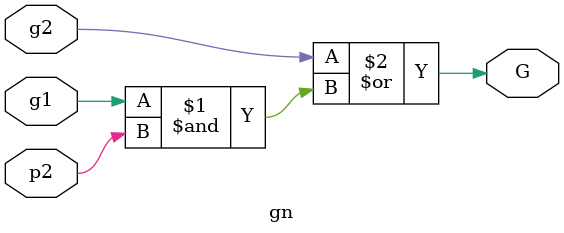
<source format=v>
module  tb ;
reg [7:0] A,B ;
wire [15:0] S ;

Vedic_multiplier8bit uut (A,B,S);

initial
begin
    A = 100 ;
    B = 100 ;
    #2 ;
    A = 130 ;
	B = 10 ;
    #2 ;
    A = 80 ;
    B = 30 ;
    #2 ;
    A = 50 ;
    B = 50 ;
    #2 ;
    $stop ;
end
endmodule

///8 BIT VEDIC MULTIPLIER
module Vedic_multiplier8bit(A,B,S);

input [7:0] A,B ;
output [15:0] S ;
wire [3:0] W1 ;
wire [7:0] W2,W3,W4,W5 ;

Vedic_multiplier4bit mult1(.A(A[3:0]), .B(B[3:0]), .S({W1,S[3:0]}));
Vedic_multiplier4bit mult2(.A(A[3:0]), .B(B[7:4]), .S(W2));
Vedic_multiplier4bit mult3(.A(A[7:4]), .B(B[3:0]), .S(W3));
Vedic_multiplier4bit mult4(.A(A[7:4]), .B(B[7:4]), .S(W4));

KSA8BIT Add1(.A(W3),.B(W2),.Cin(1'b0),.SUM(W5),.CARRY(Ca1));

KSA8BIT Add2(.A({W4[3:0],W1}),.B(W5),.Cin(1'b0),.SUM(S[11:4]),.CARRY(Cb1));

assign r1 = Ca1 || Cb1 ;

assign S[15:12] = W4[7:4] + r1 ;

endmodule 

///////////4 BIT MULTIPLIER///////////////
module Vedic_multiplier4bit(A,B,S);

input [3:0] A,B ;
output [7:0] S ;
wire [1:0] W1 ;
wire [3:0] W2,W3,W4,W5 ;

multiplier2bit mult1(.A(A[1:0]), .B(B[1:0]), .P({W1,S[1:0]}));
multiplier2bit mult2(.A(A[1:0]), .B(B[3:2]), .P(W2));
multiplier2bit mult3(.A(A[3:2]), .B(B[1:0]), .P(W3));
multiplier2bit mult4(.A(A[3:2]), .B(B[3:2]), .P(W4));

KSA4BIT Add1(.A(W3),.B(W2),.Cin(1'b0),.SUM(W5),.CARRY(Ca1));

KSA4BIT Add2(.A({W4[1:0],W1}),.B(W5),.Cin(1'b0),.SUM(S[5:2]),.CARRY(Cb1));

assign r1 = Ca1 || Cb1 ;

assign S[7:6] = W4[3:2] + r1 ;

endmodule 
/////////// 2 BIT MULTIPLIER ///////////////
module multiplier2bit(A,B,P);

input [1:0] A,B ;
output [3:0] P ;

assign  P[0] = A[0] && B[0] ;

half_adder ha1(.a(A[0] && B[1]), .b(A[1] && B[0]), .sum (P[1]), .carry(hc1));

half_adder ha2(.a(A[1] && B[1]), .b(hc1), .sum (P[2]), .carry(P[3]));

endmodule

//HALF ADDER

module half_adder(a,b,sum,carry) ;

input a,b ;
output sum,carry ;

assign sum = a ^ b ;
assign carry = a && b ;

endmodule




module KSA8BIT(A,B,Cin,SUM,CARRY);

input [7:0]A,B;
input Cin;
output [7:0]SUM;
output CARRY ;

KSA4BIT ksa1(.A(A[3:0]),.B(B[3:0]),.Cin(Cin),.SUM(SUM[3:0]),.CARRY(C1));
KSA4BIT  ksa2(.A(A[7:4]),.B(B[7:4]),.Cin(C1),.SUM(SUM[7:4]),.CARRY(CARRY));

endmodule 


module KSA4BIT (A,B,Cin,SUM,CARRY);

input [3:0]A,B;
input Cin;
output [3:0]SUM;
output CARRY ;

wire [3:0] p,g ;
assign g[0] = A[0] & B [0];
assign g[1] = A[1] & B [1];
assign g[2] = A[2] & B [2];
assign g[3] = A[3] & B [3];

assign p[0] = A[0] ^ B[0] ;
assign p[1] = A[1] ^ B[1] ;
assign p[2] = A[2] ^ B[2] ;
assign p[3] = A[3] ^ B[3] ;


gn sm1(.g2(g[0]),.p2(p[0]),.g1(Cin),.G(g0));
gp sm2(.g2(g[1]),.p2(p[1]),.g1(g[0]),.p1(p[0]),.G(g1),.P(p1));
gp sm3(.g2(g[2]),.p2(p[2]),.g1(g[1]),.p1(p[1]),.G(g2),.P(p2));
gp sm4(.g2(g[3]),.p2(p[3]),.g1(g[2]),.p1(p[2]),.G(g3),.P(p3));

gn sm5(.g2(g1),.p2(p1),.g1(Cin),.G(g10));
gn sm6(.g2(g2),.p2(p2),.g1(g1),.G(g11));
gp sm7(.g2(g3),.p2(p3),.g1(g2),.p1(p2),.G(g21),.P(p21));


gn sm8(.g2(g21),.p2(p21),.g1(Cin),.G(g20));

assign SUM [0] = p[0] ^ Cin ;
assign SUM [1] = p[1] ^ g0 ;
assign SUM [2] = p[2] ^ g10 ;
assign SUM [3] = p[3] ^ g11 ;

assign CARRY = (Cin&p21 ) ||g20 ;
endmodule

module gp(g2,p2,g1,p1,G,P);  
input  g1,p1,g2,p2;  
output G,P;  
assign G = ( g2 | (g1&p2));  
assign P = p1&p2;  
endmodule
module gn(g2,p2,g1,G);  
    
input  g1,g2,p2;  
output G ;  
  
assign G = g2 | (g1&p2);  
  
endmodule 
</source>
